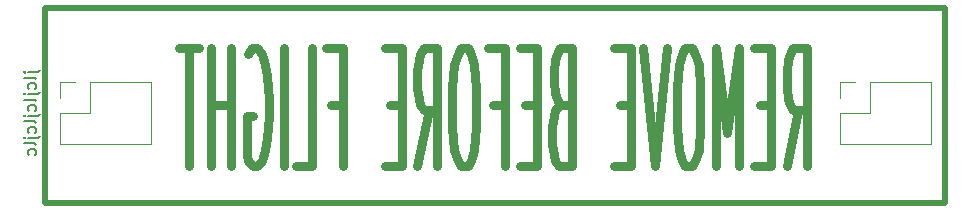
<source format=gbr>
%TF.GenerationSoftware,KiCad,Pcbnew,(5.1.12-1-10_14)*%
%TF.CreationDate,2022-04-14T08:48:01-04:00*%
%TF.ProjectId,Remove_Before_Flight,52656d6f-7665-45f4-9265-666f72655f46,rev?*%
%TF.SameCoordinates,Original*%
%TF.FileFunction,Legend,Bot*%
%TF.FilePolarity,Positive*%
%FSLAX46Y46*%
G04 Gerber Fmt 4.6, Leading zero omitted, Abs format (unit mm)*
G04 Created by KiCad (PCBNEW (5.1.12-1-10_14)) date 2022-04-14 08:48:01*
%MOMM*%
%LPD*%
G01*
G04 APERTURE LIST*
%ADD10C,0.150000*%
%ADD11C,0.500000*%
%ADD12C,0.750000*%
%ADD13C,0.120000*%
G04 APERTURE END LIST*
D10*
X120435714Y-96853809D02*
X121292857Y-96853809D01*
X121388095Y-96806190D01*
X121435714Y-96710952D01*
X121435714Y-96663333D01*
X120102380Y-96853809D02*
X120150000Y-96806190D01*
X120197619Y-96853809D01*
X120150000Y-96901428D01*
X120102380Y-96853809D01*
X120197619Y-96853809D01*
X121102380Y-97472857D02*
X121054761Y-97377619D01*
X120959523Y-97330000D01*
X120102380Y-97330000D01*
X121054761Y-98282380D02*
X121102380Y-98187142D01*
X121102380Y-97996666D01*
X121054761Y-97901428D01*
X121007142Y-97853809D01*
X120911904Y-97806190D01*
X120626190Y-97806190D01*
X120530952Y-97853809D01*
X120483333Y-97901428D01*
X120435714Y-97996666D01*
X120435714Y-98187142D01*
X120483333Y-98282380D01*
X120435714Y-98710952D02*
X121292857Y-98710952D01*
X121388095Y-98663333D01*
X121435714Y-98568095D01*
X121435714Y-98520476D01*
X120102380Y-98710952D02*
X120150000Y-98663333D01*
X120197619Y-98710952D01*
X120150000Y-98758571D01*
X120102380Y-98710952D01*
X120197619Y-98710952D01*
X121102380Y-99330000D02*
X121054761Y-99234761D01*
X120959523Y-99187142D01*
X120102380Y-99187142D01*
X121054761Y-100139523D02*
X121102380Y-100044285D01*
X121102380Y-99853809D01*
X121054761Y-99758571D01*
X121007142Y-99710952D01*
X120911904Y-99663333D01*
X120626190Y-99663333D01*
X120530952Y-99710952D01*
X120483333Y-99758571D01*
X120435714Y-99853809D01*
X120435714Y-100044285D01*
X120483333Y-100139523D01*
X120435714Y-100568095D02*
X121292857Y-100568095D01*
X121388095Y-100520476D01*
X121435714Y-100425238D01*
X121435714Y-100377619D01*
X120102380Y-100568095D02*
X120150000Y-100520476D01*
X120197619Y-100568095D01*
X120150000Y-100615714D01*
X120102380Y-100568095D01*
X120197619Y-100568095D01*
X121102380Y-101187142D02*
X121054761Y-101091904D01*
X120959523Y-101044285D01*
X120102380Y-101044285D01*
X121054761Y-101996666D02*
X121102380Y-101901428D01*
X121102380Y-101710952D01*
X121054761Y-101615714D01*
X121007142Y-101568095D01*
X120911904Y-101520476D01*
X120626190Y-101520476D01*
X120530952Y-101568095D01*
X120483333Y-101615714D01*
X120435714Y-101710952D01*
X120435714Y-101901428D01*
X120483333Y-101996666D01*
X120435714Y-102425238D02*
X121292857Y-102425238D01*
X121388095Y-102377619D01*
X121435714Y-102282380D01*
X121435714Y-102234761D01*
X120102380Y-102425238D02*
X120150000Y-102377619D01*
X120197619Y-102425238D01*
X120150000Y-102472857D01*
X120102380Y-102425238D01*
X120197619Y-102425238D01*
X121102380Y-103044285D02*
X121054761Y-102949047D01*
X120959523Y-102901428D01*
X120102380Y-102901428D01*
X121054761Y-103853809D02*
X121102380Y-103758571D01*
X121102380Y-103568095D01*
X121054761Y-103472857D01*
X121007142Y-103425238D01*
X120911904Y-103377619D01*
X120626190Y-103377619D01*
X120530952Y-103425238D01*
X120483333Y-103472857D01*
X120435714Y-103568095D01*
X120435714Y-103758571D01*
X120483333Y-103853809D01*
D11*
X198120000Y-107950000D02*
X198120000Y-91440000D01*
X121920000Y-107950000D02*
X198120000Y-107950000D01*
X121920000Y-91440000D02*
X121920000Y-107950000D01*
X198120000Y-91440000D02*
X121920000Y-91440000D01*
D12*
X184662857Y-104853809D02*
X185662857Y-100091904D01*
X186377142Y-104853809D02*
X186377142Y-94853809D01*
X185234285Y-94853809D01*
X184948571Y-95330000D01*
X184805714Y-95806190D01*
X184662857Y-96758571D01*
X184662857Y-98187142D01*
X184805714Y-99139523D01*
X184948571Y-99615714D01*
X185234285Y-100091904D01*
X186377142Y-100091904D01*
X183377142Y-99615714D02*
X182377142Y-99615714D01*
X181948571Y-104853809D02*
X183377142Y-104853809D01*
X183377142Y-94853809D01*
X181948571Y-94853809D01*
X180662857Y-104853809D02*
X180662857Y-94853809D01*
X179662857Y-101996666D01*
X178662857Y-94853809D01*
X178662857Y-104853809D01*
X176662857Y-94853809D02*
X176091428Y-94853809D01*
X175805714Y-95330000D01*
X175520000Y-96282380D01*
X175377142Y-98187142D01*
X175377142Y-101520476D01*
X175520000Y-103425238D01*
X175805714Y-104377619D01*
X176091428Y-104853809D01*
X176662857Y-104853809D01*
X176948571Y-104377619D01*
X177234285Y-103425238D01*
X177377142Y-101520476D01*
X177377142Y-98187142D01*
X177234285Y-96282380D01*
X176948571Y-95330000D01*
X176662857Y-94853809D01*
X174520000Y-94853809D02*
X173520000Y-104853809D01*
X172520000Y-94853809D01*
X171520000Y-99615714D02*
X170520000Y-99615714D01*
X170091428Y-104853809D02*
X171520000Y-104853809D01*
X171520000Y-94853809D01*
X170091428Y-94853809D01*
X165520000Y-99615714D02*
X165091428Y-100091904D01*
X164948571Y-100568095D01*
X164805714Y-101520476D01*
X164805714Y-102949047D01*
X164948571Y-103901428D01*
X165091428Y-104377619D01*
X165377142Y-104853809D01*
X166520000Y-104853809D01*
X166520000Y-94853809D01*
X165520000Y-94853809D01*
X165234285Y-95330000D01*
X165091428Y-95806190D01*
X164948571Y-96758571D01*
X164948571Y-97710952D01*
X165091428Y-98663333D01*
X165234285Y-99139523D01*
X165520000Y-99615714D01*
X166520000Y-99615714D01*
X163520000Y-99615714D02*
X162520000Y-99615714D01*
X162091428Y-104853809D02*
X163520000Y-104853809D01*
X163520000Y-94853809D01*
X162091428Y-94853809D01*
X159805714Y-99615714D02*
X160805714Y-99615714D01*
X160805714Y-104853809D02*
X160805714Y-94853809D01*
X159377142Y-94853809D01*
X157662857Y-94853809D02*
X157091428Y-94853809D01*
X156805714Y-95330000D01*
X156520000Y-96282380D01*
X156377142Y-98187142D01*
X156377142Y-101520476D01*
X156520000Y-103425238D01*
X156805714Y-104377619D01*
X157091428Y-104853809D01*
X157662857Y-104853809D01*
X157948571Y-104377619D01*
X158234285Y-103425238D01*
X158377142Y-101520476D01*
X158377142Y-98187142D01*
X158234285Y-96282380D01*
X157948571Y-95330000D01*
X157662857Y-94853809D01*
X153377142Y-104853809D02*
X154377142Y-100091904D01*
X155091428Y-104853809D02*
X155091428Y-94853809D01*
X153948571Y-94853809D01*
X153662857Y-95330000D01*
X153520000Y-95806190D01*
X153377142Y-96758571D01*
X153377142Y-98187142D01*
X153520000Y-99139523D01*
X153662857Y-99615714D01*
X153948571Y-100091904D01*
X155091428Y-100091904D01*
X152091428Y-99615714D02*
X151091428Y-99615714D01*
X150662857Y-104853809D02*
X152091428Y-104853809D01*
X152091428Y-94853809D01*
X150662857Y-94853809D01*
X146091428Y-99615714D02*
X147091428Y-99615714D01*
X147091428Y-104853809D02*
X147091428Y-94853809D01*
X145662857Y-94853809D01*
X143091428Y-104853809D02*
X144520000Y-104853809D01*
X144520000Y-94853809D01*
X142091428Y-104853809D02*
X142091428Y-94853809D01*
X139091428Y-95330000D02*
X139377142Y-94853809D01*
X139805714Y-94853809D01*
X140234285Y-95330000D01*
X140520000Y-96282380D01*
X140662857Y-97234761D01*
X140805714Y-99139523D01*
X140805714Y-100568095D01*
X140662857Y-102472857D01*
X140520000Y-103425238D01*
X140234285Y-104377619D01*
X139805714Y-104853809D01*
X139520000Y-104853809D01*
X139091428Y-104377619D01*
X138948571Y-103901428D01*
X138948571Y-100568095D01*
X139520000Y-100568095D01*
X137662857Y-104853809D02*
X137662857Y-94853809D01*
X137662857Y-99615714D02*
X135948571Y-99615714D01*
X135948571Y-104853809D02*
X135948571Y-94853809D01*
X134948571Y-94853809D02*
X133234285Y-94853809D01*
X134091428Y-104853809D02*
X134091428Y-94853809D01*
D13*
%TO.C,J1*%
X123130000Y-97730000D02*
X123130000Y-99060000D01*
X124460000Y-97730000D02*
X123130000Y-97730000D01*
X123130000Y-100330000D02*
X123130000Y-102930000D01*
X125730000Y-100330000D02*
X123130000Y-100330000D01*
X125730000Y-97730000D02*
X125730000Y-100330000D01*
X123130000Y-102930000D02*
X130870000Y-102930000D01*
X125730000Y-97730000D02*
X130870000Y-97730000D01*
X130870000Y-97730000D02*
X130870000Y-102930000D01*
%TO.C,J2*%
X196910000Y-97730000D02*
X196910000Y-102930000D01*
X191770000Y-97730000D02*
X196910000Y-97730000D01*
X189170000Y-102930000D02*
X196910000Y-102930000D01*
X191770000Y-97730000D02*
X191770000Y-100330000D01*
X191770000Y-100330000D02*
X189170000Y-100330000D01*
X189170000Y-100330000D02*
X189170000Y-102930000D01*
X190500000Y-97730000D02*
X189170000Y-97730000D01*
X189170000Y-97730000D02*
X189170000Y-99060000D01*
%TD*%
M02*

</source>
